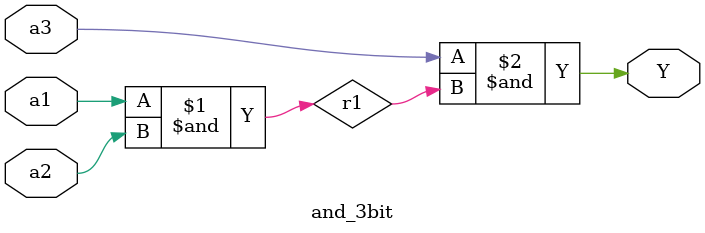
<source format=v>
module and_3bit (output Y, input a1, input a2, input a3);
	wire r1;
	and and1(r1, a1, a2);
	and and2(Y, a3, r1);
endmodule
</source>
